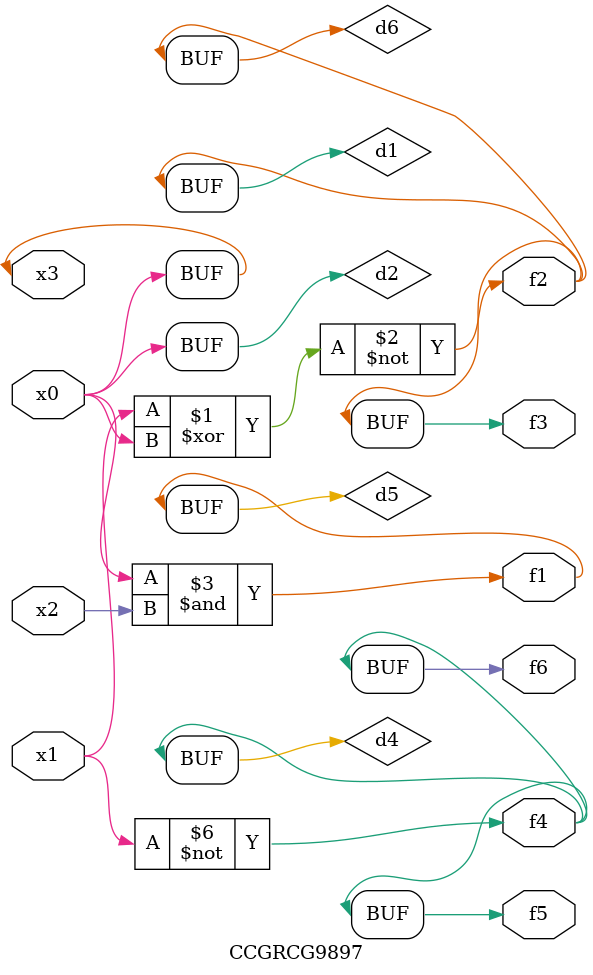
<source format=v>
module CCGRCG9897(
	input x0, x1, x2, x3,
	output f1, f2, f3, f4, f5, f6
);

	wire d1, d2, d3, d4, d5, d6;

	xnor (d1, x1, x3);
	buf (d2, x0, x3);
	nand (d3, x0, x2);
	not (d4, x1);
	nand (d5, d3);
	or (d6, d1);
	assign f1 = d5;
	assign f2 = d6;
	assign f3 = d6;
	assign f4 = d4;
	assign f5 = d4;
	assign f6 = d4;
endmodule

</source>
